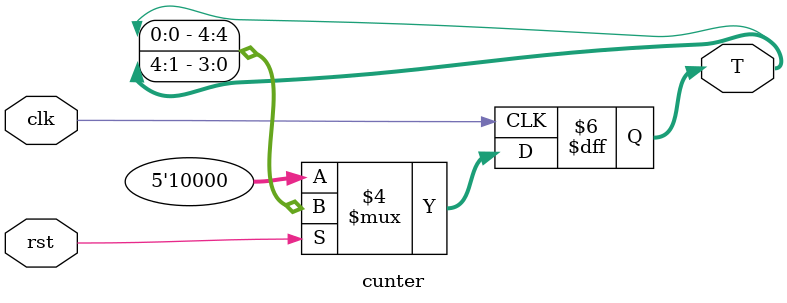
<source format=v>
`timescale 1ns / 1ps


module cunter(
    input clk,
    input rst,
    output reg [4:0] T
    );
    always @(posedge clk) begin
        if(!rst) begin
            T<=5'b10000;
        end
        else begin
            T<={T[0],T[4],T[3],T[2],T[1]};
        end
        
    end

endmodule

</source>
